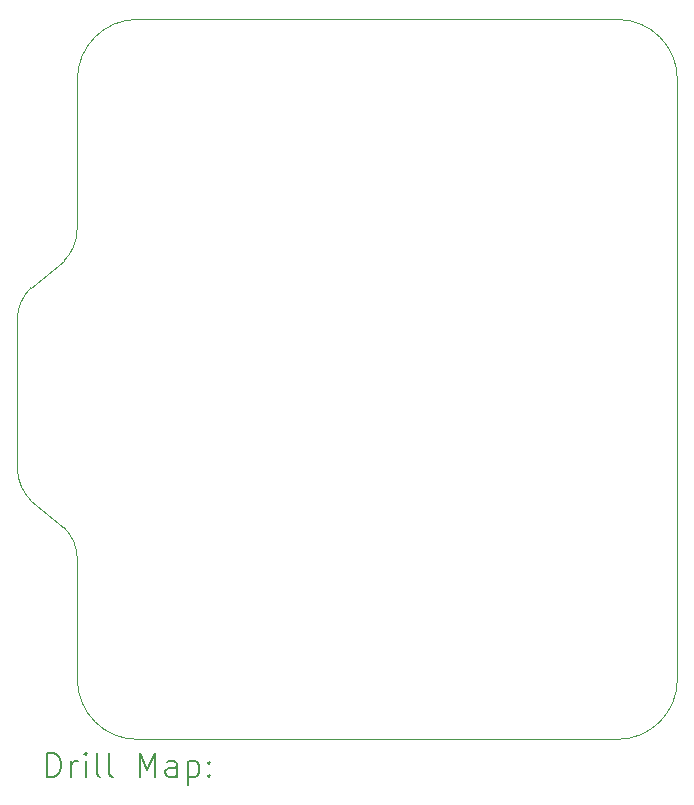
<source format=gbr>
%TF.GenerationSoftware,KiCad,Pcbnew,7.0.7*%
%TF.CreationDate,2024-02-08T13:13:34-05:00*%
%TF.ProjectId,UMRT_FC_R2,554d5254-5f46-4435-9f52-322e6b696361,rev?*%
%TF.SameCoordinates,Original*%
%TF.FileFunction,Drillmap*%
%TF.FilePolarity,Positive*%
%FSLAX45Y45*%
G04 Gerber Fmt 4.5, Leading zero omitted, Abs format (unit mm)*
G04 Created by KiCad (PCBNEW 7.0.7) date 2024-02-08 13:13:34*
%MOMM*%
%LPD*%
G01*
G04 APERTURE LIST*
%ADD10C,0.100000*%
%ADD11C,0.200000*%
G04 APERTURE END LIST*
D10*
X12700000Y-14478000D02*
X14732000Y-14478000D01*
X9652000Y-12192000D02*
X9649849Y-11554849D01*
X10160000Y-8890000D02*
X10157849Y-10157849D01*
X12700000Y-8382000D02*
X14732000Y-8382000D01*
X10160000Y-13970000D02*
X10160000Y-12954000D01*
X12700000Y-8382000D02*
X10668000Y-8382000D01*
X10046257Y-10427257D02*
G75*
G03*
X10157849Y-10157849I-269407J269407D01*
G01*
X9649849Y-10919849D02*
X9649849Y-11554849D01*
X15240000Y-8890000D02*
G75*
G03*
X14732000Y-8382000I-508000J0D01*
G01*
X9651999Y-12192000D02*
G75*
G03*
X9767894Y-12457106I396411J15410D01*
G01*
X10668000Y-8382000D02*
G75*
G03*
X10160000Y-8890000I0J-508000D01*
G01*
X10160000Y-12954000D02*
G75*
G03*
X10048408Y-12684592I-381000J0D01*
G01*
X15240000Y-8890000D02*
X15240000Y-13970000D01*
X12700000Y-14478000D02*
X10668000Y-14478000D01*
X10160000Y-13970000D02*
G75*
G03*
X10668000Y-14478000I508000J0D01*
G01*
X9767894Y-12457106D02*
X10048408Y-12684592D01*
X9765743Y-10654743D02*
X10046257Y-10427257D01*
X14732000Y-14478000D02*
G75*
G03*
X15240000Y-13970000I0J508000D01*
G01*
X9765744Y-10654744D02*
G75*
G03*
X9649849Y-10919849I280516J-280516D01*
G01*
D11*
X9905626Y-14794484D02*
X9905626Y-14594484D01*
X9905626Y-14594484D02*
X9953245Y-14594484D01*
X9953245Y-14594484D02*
X9981817Y-14604008D01*
X9981817Y-14604008D02*
X10000864Y-14623055D01*
X10000864Y-14623055D02*
X10010388Y-14642103D01*
X10010388Y-14642103D02*
X10019912Y-14680198D01*
X10019912Y-14680198D02*
X10019912Y-14708769D01*
X10019912Y-14708769D02*
X10010388Y-14746865D01*
X10010388Y-14746865D02*
X10000864Y-14765912D01*
X10000864Y-14765912D02*
X9981817Y-14784960D01*
X9981817Y-14784960D02*
X9953245Y-14794484D01*
X9953245Y-14794484D02*
X9905626Y-14794484D01*
X10105626Y-14794484D02*
X10105626Y-14661150D01*
X10105626Y-14699246D02*
X10115150Y-14680198D01*
X10115150Y-14680198D02*
X10124674Y-14670674D01*
X10124674Y-14670674D02*
X10143721Y-14661150D01*
X10143721Y-14661150D02*
X10162769Y-14661150D01*
X10229436Y-14794484D02*
X10229436Y-14661150D01*
X10229436Y-14594484D02*
X10219912Y-14604008D01*
X10219912Y-14604008D02*
X10229436Y-14613531D01*
X10229436Y-14613531D02*
X10238960Y-14604008D01*
X10238960Y-14604008D02*
X10229436Y-14594484D01*
X10229436Y-14594484D02*
X10229436Y-14613531D01*
X10353245Y-14794484D02*
X10334198Y-14784960D01*
X10334198Y-14784960D02*
X10324674Y-14765912D01*
X10324674Y-14765912D02*
X10324674Y-14594484D01*
X10458007Y-14794484D02*
X10438960Y-14784960D01*
X10438960Y-14784960D02*
X10429436Y-14765912D01*
X10429436Y-14765912D02*
X10429436Y-14594484D01*
X10686579Y-14794484D02*
X10686579Y-14594484D01*
X10686579Y-14594484D02*
X10753245Y-14737341D01*
X10753245Y-14737341D02*
X10819912Y-14594484D01*
X10819912Y-14594484D02*
X10819912Y-14794484D01*
X11000864Y-14794484D02*
X11000864Y-14689722D01*
X11000864Y-14689722D02*
X10991341Y-14670674D01*
X10991341Y-14670674D02*
X10972293Y-14661150D01*
X10972293Y-14661150D02*
X10934198Y-14661150D01*
X10934198Y-14661150D02*
X10915150Y-14670674D01*
X11000864Y-14784960D02*
X10981817Y-14794484D01*
X10981817Y-14794484D02*
X10934198Y-14794484D01*
X10934198Y-14794484D02*
X10915150Y-14784960D01*
X10915150Y-14784960D02*
X10905626Y-14765912D01*
X10905626Y-14765912D02*
X10905626Y-14746865D01*
X10905626Y-14746865D02*
X10915150Y-14727817D01*
X10915150Y-14727817D02*
X10934198Y-14718293D01*
X10934198Y-14718293D02*
X10981817Y-14718293D01*
X10981817Y-14718293D02*
X11000864Y-14708769D01*
X11096102Y-14661150D02*
X11096102Y-14861150D01*
X11096102Y-14670674D02*
X11115150Y-14661150D01*
X11115150Y-14661150D02*
X11153245Y-14661150D01*
X11153245Y-14661150D02*
X11172293Y-14670674D01*
X11172293Y-14670674D02*
X11181817Y-14680198D01*
X11181817Y-14680198D02*
X11191340Y-14699246D01*
X11191340Y-14699246D02*
X11191340Y-14756388D01*
X11191340Y-14756388D02*
X11181817Y-14775436D01*
X11181817Y-14775436D02*
X11172293Y-14784960D01*
X11172293Y-14784960D02*
X11153245Y-14794484D01*
X11153245Y-14794484D02*
X11115150Y-14794484D01*
X11115150Y-14794484D02*
X11096102Y-14784960D01*
X11277055Y-14775436D02*
X11286579Y-14784960D01*
X11286579Y-14784960D02*
X11277055Y-14794484D01*
X11277055Y-14794484D02*
X11267531Y-14784960D01*
X11267531Y-14784960D02*
X11277055Y-14775436D01*
X11277055Y-14775436D02*
X11277055Y-14794484D01*
X11277055Y-14670674D02*
X11286579Y-14680198D01*
X11286579Y-14680198D02*
X11277055Y-14689722D01*
X11277055Y-14689722D02*
X11267531Y-14680198D01*
X11267531Y-14680198D02*
X11277055Y-14670674D01*
X11277055Y-14670674D02*
X11277055Y-14689722D01*
M02*

</source>
